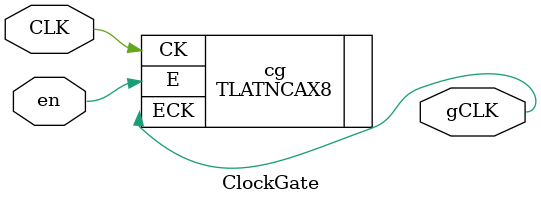
<source format=v>


//   3) TOP module has FIFO, RAM, UART and those are in the synthesizable area

//   4) The received data are connected to the UART module directly 

//   5) FIFO module calls the Uart module inside the chip and transmit the
//      received data to RAM after translation from ASCII to binary format.
//      Because the uart data are based on ASCII format 

//   6) After finish of dumping, it remains the result checking states. 

//   7) It means that the stored data in RAM are written to the Uart module and 
//      check out the operation of Uart which shows some messages.


module TOP (
	CLK, 
	CLK_GATED,
	RESETn, 
	check_result, 

	stx, 
	srx

	);

/////////////////////////////////////
//         parameters              //
/////////////////////////////////////

parameter DATA_WIDTH = 8; // real width of ROM file  : equal to number of scan_cell  
parameter DATA_DEPTH = 64; // The number of lines of lst file  
parameter MEMORY_ADD_WIDTH = 8;

/////////////////////////////////////
//	  in, out ports            //
/////////////////////////////////////

input wire CLK;
output wire CLK_GATED;
input wire RESETn;
input wire check_result;

output wire stx;
input wire srx;

/////////////////////////////////////
//    internal wires : sram        //
/////////////////////////////////////

wire [MEMORY_ADD_WIDTH-1 : 0] sram_ADD_o; 	// 7:0
wire [DATA_WIDTH - 1 : 0] sram_DAT_i;  		// 7:0
wire [DATA_WIDTH - 1 : 0] sram_DAT_o;  		// 7:0
wire sram_CEN_o; 				// '0' is active  
wire sram_WEN_o; 				// '0' is active  

/////////////////////////////////////
//    internal wires : Uart        //
/////////////////////////////////////

wire [2:0] uart_addr_o;
wire [7:0] uart_wdata_o;
wire [7:0] uart_rdata_i;
wire uart_we_o;
wire uart_re_o;

wire   ctsn = 1'b0;
wire   dtr_pad_o;
wire   dsr_pad_i=1'b0;
wire   ri_pad_i =1'b0;
wire   dcd_pad_i=1'b0;
wire   rts_internal;

/////////////////////////////////////
//       clock gating              //
/////////////////////////////////////

wire clk_enable;


/////////////////////////////////////
//        instanciation            //
/////////////////////////////////////


RAM256X8 URAM256X8(
	.Q(sram_DAT_i),
	.CLK(~CLK_GATED), // give stable control signal value to memory
	.CEN(sram_CEN_o),
	.WEN(sram_WEN_o),
	.A(sram_ADD_o),
	.D(sram_DAT_o)
);
	
fifo	Ufifo(
	.CLK(CLK_GATED), 
	.RESETn(RESETn), 

	.sram_ADD_o(sram_ADD_o),
	.sram_DAT_i(sram_DAT_i),
	.sram_DAT_o(sram_DAT_o), 
	.sram_CEN_o(sram_CEN_o), // '0' is active   
	.sram_WEN_o(sram_WEN_o), // '0' is active  

	.uart_addr_o(uart_addr_o),
       	.uart_wdata_o(uart_wdata_o),       
	.uart_rdata_i(uart_rdata_i), 
	.uart_we_o(uart_we_o),
       	.uart_re_o(uart_re_o),

	.check_result(check_result), // user input to check result via uart
	.clk_enable(clk_enable)
);

uart_regs Uregs(
          .clk         (CLK_GATED),
          .wb_rst_i    (~RESETn),
          .wb_addr_i   (uart_addr_o),
          .wb_dat_i    (uart_wdata_o),
          .wb_dat_o    (uart_rdata_i),
          .wb_we_i     (uart_we_o),
          .wb_re_i     (uart_re_o),
          .modem_inputs({~ctsn, dsr_pad_i, ri_pad_i,  dcd_pad_i}),
          .stx_pad_o   (stx),
          .srx_pad_i   (srx),
          .rts_pad_o   (rts_internal),
          .dtr_pad_o   (dtr_pad_o),
          .int_o       ()
);

////////////////////////////////////////
// clock dividing from 50MHz to 25MHz //
////////////////////////////////////////
reg half_clk;
always @(negedge RESETn or posedge CLK ) 
begin
        if (RESETn==1'b0)   half_clk <= 1'b0;
        else               half_clk <= ~half_clk;
end

////////////////////////////////////////
// 	    CLOCK GATING	      //
////////////////////////////////////////
reg clk_en;
reg en_reg1;
reg en_reg2;
wire CLOCK_ENABLE;

// Below codes are to consider <clk_en> value.
// It is based on the value of <check_result> and <clk_enable>.
// <clk_enable> is from fifo and  value 1'b0 means that it likes to clock-down and wait the user input <check_result>
// <check_result> is the user input key value and 1'b1 means that the clock pulses are being restored 
// so <clk_en> value is 1'b1 after user key input
// 
always @(negedge RESETn or posedge CLK) 
begin
	if(RESETn == 1'b0) begin
		clk_en <= 1'b1;
	end
	else begin
		if(check_result) clk_en <= 1'b1;
		else clk_en <= clk_enable;
	end	
end

// registering 2 times 
// it prevents glitches on <clk_en> and make stable signal which is named <CLOCK_ENABLE>

always @(negedge RESETn or negedge CLK)
begin
	if(RESETn == 1'b0) begin
		en_reg1 <= 1'b0;
		en_reg2 <= 1'b0;
	end
	else begin
		en_reg1 <= clk_en;
		en_reg2 <= en_reg1;
	end

end

assign CLOCK_ENABLE = en_reg2 && en_reg1;

// turn on and off below codes alternatively 

//assign CLK_GATED = half_clk & CLOCK_ENABLE;

ClockGate UClockGate(
        .en(CLOCK_ENABLE),
        .CLK(half_clk),
        .gCLK(CLK_GATED)
);

endmodule



module ClockGate(
        input   wire    en,
        input   wire    CLK,
        output  wire    gCLK
);

        // synopsys dc_script_begin
        // set_dont_touch cg
        // synopsys dc_script_end
        TLATNCAX8       cg(
        	.E(en),  
        	.CK(CLK),
        	.ECK(gCLK)
	);
endmodule

</source>
